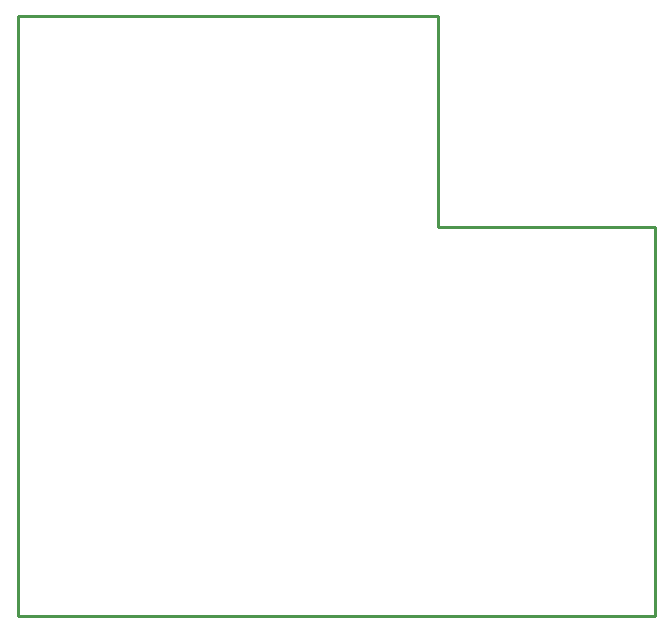
<source format=gko>
*
*
G04 PADS 9.4.1 Build Number: 494907 generated Gerber (RS-274-X) file*
G04 PC Version=2.1*
*
%IN "PiLightControl.pcb"*%
*
%MOIN*%
*
%FSLAX35Y35*%
*
*
*
*
G04 PC Standard Apertures*
*
*
G04 Thermal Relief Aperture macro.*
%AMTER*
1,1,$1,0,0*
1,0,$1-$2,0,0*
21,0,$3,$4,0,0,45*
21,0,$3,$4,0,0,135*
%
*
*
G04 Annular Aperture macro.*
%AMANN*
1,1,$1,0,0*
1,0,$2,0,0*
%
*
*
G04 Odd Aperture macro.*
%AMODD*
1,1,$1,0,0*
1,0,$1-0.005,0,0*
%
*
*
G04 PC Custom Aperture Macros*
*
*
*
*
*
*
G04 PC Aperture Table*
*
%ADD010C,0.001*%
%ADD022C,0.01*%
*
*
*
*
G04 PC Circuitry*
G04 Layer Name PiLightControl.pcb - circuitry*
%LPD*%
*
*
G04 PC Custom Flashes*
G04 Layer Name PiLightControl.pcb - flashes*
%LPD*%
*
*
G04 PC Circuitry*
G04 Layer Name PiLightControl.pcb - circuitry*
%LPD*%
*
G54D10*
G54D22*
G01X100000Y120300D02*
Y320300D01*
X240000*
Y250000*
X312500*
Y120300*
X100000*
X0Y0D02*
M02*

</source>
